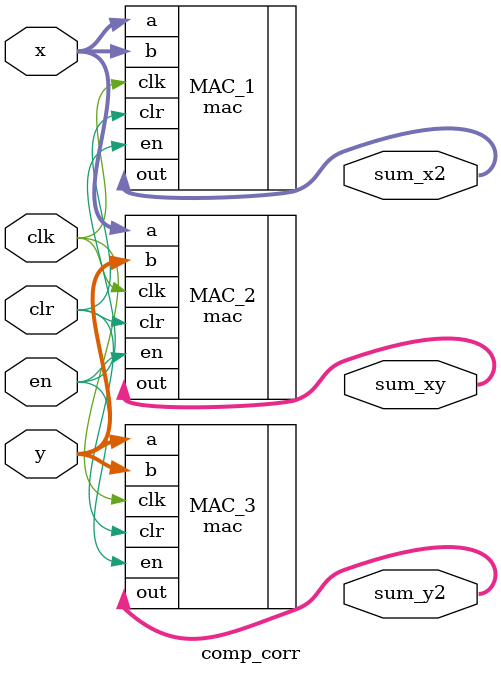
<source format=v>
`timescale 1ns / 1ps
module comp_corr 
#(
    parameter   DIM_IN          =   16,             // Fixed Point Q15 2 complement
                NSAMPLES        =   33'd8589934591, // 2^33 samples approximate 10Msamples (f_sample 10MHz)
                LOG2_NSAMPLES   =   33,             // log2 NSAMPLES
                MUL_OUT         =   DIM_IN*2,       //    Fixed Point Q30
                DIM_ADD         =   64              // Output Format Q33,30
)
(
    input clk, 
    input clr,
    input en,
    input [DIM_IN-1:0] x,
    input [DIM_IN-1:0] y,
    
    output [DIM_ADD-1:0] sum_x2,
    output [DIM_ADD-1:0] sum_xy,
    output [DIM_ADD-1:0] sum_y2
);
        
// MAC modules

    mac #(DIM_IN, MUL_OUT, DIM_ADD)
        MAC_1 (
        .clk(clk), 
        .clr(clr), 
        .en(en), 
        .a(x), 
        .b(x), 
        .out(sum_x2)
        );
         
    mac #(DIM_IN, MUL_OUT, DIM_ADD)
        MAC_2 (
        .clk(clk), 
        .clr(clr), 
        .en(en), 
        .a(x), 
        .b(y), 
        .out(sum_xy)
        );
         
    mac #(DIM_IN, MUL_OUT, DIM_ADD)
        MAC_3 (
        .clk(clk), 
        .clr(clr), 
        .en(en), 
        .a(y), 
        .b(y), 
        .out(sum_y2)
        );

endmodule

</source>
